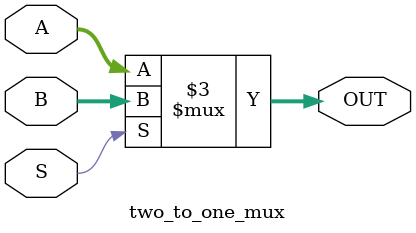
<source format=v>
module two_to_one_mux(A,B,S,OUT);
input [7:0] A;		//selected when S==0
input [7:0] B;		//selected when S==1
input S;
output reg [7:0] OUT;
	always@ (*)begin
		if (S) OUT = B;
		else OUT = A;
	
	end

endmodule
</source>
